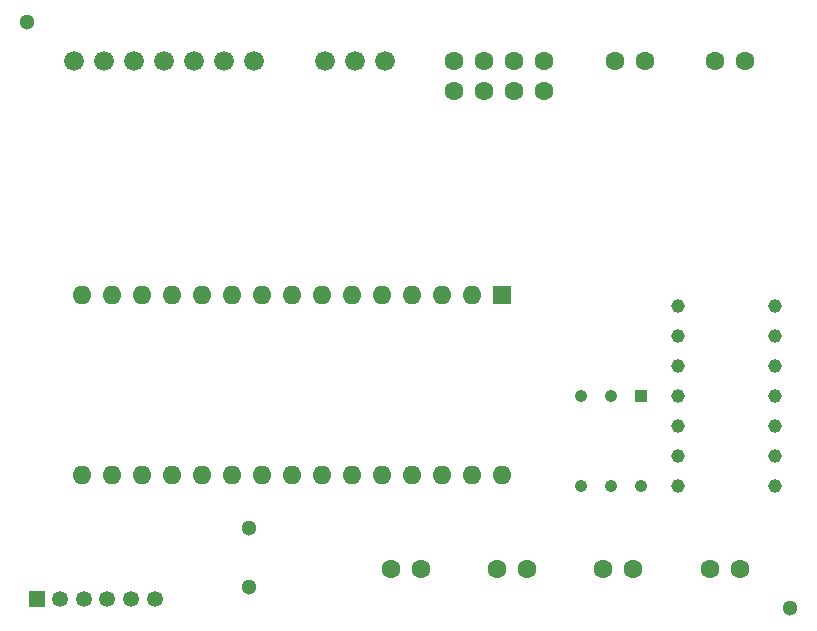
<source format=gbr>
%TF.GenerationSoftware,KiCad,Pcbnew,9.0.6-9.0.6~ubuntu24.04.1*%
%TF.CreationDate,2025-12-25T14:11:02+01:00*%
%TF.ProjectId,controller_board,636f6e74-726f-46c6-9c65-725f626f6172,rev?*%
%TF.SameCoordinates,Original*%
%TF.FileFunction,Soldermask,Bot*%
%TF.FilePolarity,Negative*%
%FSLAX46Y46*%
G04 Gerber Fmt 4.6, Leading zero omitted, Abs format (unit mm)*
G04 Created by KiCad (PCBNEW 9.0.6-9.0.6~ubuntu24.04.1) date 2025-12-25 14:11:02*
%MOMM*%
%LPD*%
G01*
G04 APERTURE LIST*
%ADD10C,1.600000*%
%ADD11C,1.168400*%
%ADD12C,1.676400*%
%ADD13R,1.350000X1.350000*%
%ADD14C,1.350000*%
%ADD15C,1.300000*%
%ADD16R,1.070000X1.070000*%
%ADD17C,1.070000*%
%ADD18R,1.600000X1.600000*%
%ADD19O,1.600000X1.600000*%
G04 APERTURE END LIST*
D10*
%TO.C,CN5*%
X111000000Y-111500000D03*
X113540000Y-111500000D03*
%TD*%
D11*
%TO.C,U2*%
X134527500Y-104420000D03*
X134527500Y-101880000D03*
X134527500Y-99340000D03*
X134527500Y-96800000D03*
X134527500Y-94260000D03*
X134527500Y-91720000D03*
X134527500Y-89180000D03*
X126272500Y-89180000D03*
X126272500Y-91720000D03*
X126272500Y-94260000D03*
X126272500Y-96800000D03*
X126272500Y-99340000D03*
X126272500Y-101880000D03*
X126272500Y-104420000D03*
%TD*%
D12*
%TO.C,J5*%
X75150000Y-68500000D03*
X77690000Y-68500000D03*
X80230000Y-68500000D03*
X82770000Y-68500000D03*
X85310000Y-68500000D03*
X87850000Y-68500000D03*
X90390000Y-68500000D03*
%TD*%
D10*
%TO.C,CN6*%
X115000000Y-68499999D03*
X112460000Y-68499999D03*
X109920000Y-68499999D03*
X107380000Y-68499999D03*
X115000000Y-71039999D03*
X112460000Y-71039999D03*
X109920000Y-71039999D03*
X107380000Y-71039999D03*
%TD*%
D13*
%TO.C,J2*%
X72000000Y-114000000D03*
D14*
X74000000Y-114000000D03*
X76000000Y-114000000D03*
X78000000Y-114000000D03*
X80000000Y-114000000D03*
X82000000Y-114000000D03*
%TD*%
D15*
%TO.C,REF\u002A\u002A*%
X135800000Y-114800000D03*
%TD*%
D10*
%TO.C,CN7*%
X102000000Y-111500000D03*
X104540000Y-111500000D03*
%TD*%
D16*
%TO.C,IC1*%
X123140000Y-96790000D03*
D17*
X120600000Y-96790000D03*
X118060000Y-96790000D03*
X118060000Y-104410000D03*
X120600000Y-104410000D03*
X123140000Y-104410000D03*
%TD*%
D15*
%TO.C,U3*%
X90000000Y-108000000D03*
X90000000Y-113000000D03*
%TD*%
%TO.C,REF\u002A\u002A*%
X71200000Y-65200000D03*
%TD*%
D10*
%TO.C,CN4*%
X123500000Y-68499999D03*
X120960000Y-68499999D03*
%TD*%
D12*
%TO.C,J4*%
X101500000Y-68500000D03*
X98960000Y-68500000D03*
X96420000Y-68500000D03*
%TD*%
D10*
%TO.C,CN2*%
X132000000Y-68500000D03*
X129460000Y-68500000D03*
%TD*%
%TO.C,CN1*%
X119960000Y-111500000D03*
X122500000Y-111500000D03*
%TD*%
D18*
%TO.C,A1*%
X111400000Y-88260000D03*
D19*
X108860000Y-88260000D03*
X106320000Y-88260000D03*
X103780000Y-88260000D03*
X101240000Y-88260000D03*
X98700000Y-88260000D03*
X96160000Y-88260000D03*
X93620000Y-88260000D03*
X91080000Y-88260000D03*
X88540000Y-88260000D03*
X86000000Y-88260000D03*
X83460000Y-88260000D03*
X80920000Y-88260000D03*
X78380000Y-88260000D03*
X75840000Y-88260000D03*
X75840000Y-103500000D03*
X78380000Y-103500000D03*
X80920000Y-103500000D03*
X83460000Y-103500000D03*
X86000000Y-103500000D03*
X88540000Y-103500000D03*
X91080000Y-103500000D03*
X93620000Y-103500000D03*
X96160000Y-103500000D03*
X98700000Y-103500000D03*
X101240000Y-103500000D03*
X103780000Y-103500000D03*
X106320000Y-103500000D03*
X108860000Y-103500000D03*
X111400000Y-103500000D03*
%TD*%
D10*
%TO.C,CN3*%
X129000000Y-111500000D03*
X131540000Y-111500000D03*
%TD*%
M02*

</source>
